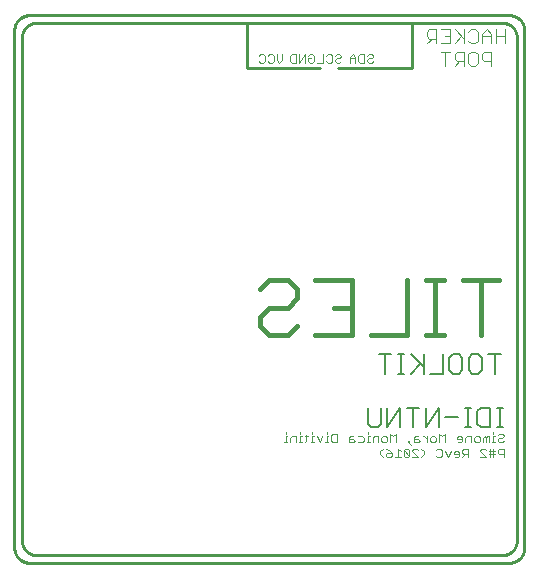
<source format=gbo>
G75*
%MOIN*%
%OFA0B0*%
%FSLAX25Y25*%
%IPPOS*%
%LPD*%
%AMOC8*
5,1,8,0,0,1.08239X$1,22.5*
%
%ADD10C,0.01000*%
%ADD11C,0.00400*%
%ADD12C,0.00600*%
%ADD13C,0.00300*%
%ADD14C,0.01600*%
D10*
X0008238Y0006500D02*
X0008238Y0179000D01*
X0010738Y0176500D02*
X0010738Y0141500D01*
X0010738Y0111500D01*
X0010738Y0009000D01*
X0008238Y0006500D02*
X0008240Y0006360D01*
X0008246Y0006220D01*
X0008256Y0006080D01*
X0008269Y0005940D01*
X0008287Y0005801D01*
X0008309Y0005662D01*
X0008334Y0005525D01*
X0008363Y0005387D01*
X0008396Y0005251D01*
X0008433Y0005116D01*
X0008474Y0004982D01*
X0008519Y0004849D01*
X0008567Y0004717D01*
X0008619Y0004587D01*
X0008674Y0004458D01*
X0008733Y0004331D01*
X0008796Y0004205D01*
X0008862Y0004081D01*
X0008931Y0003960D01*
X0009004Y0003840D01*
X0009081Y0003722D01*
X0009160Y0003607D01*
X0009243Y0003493D01*
X0009329Y0003383D01*
X0009418Y0003274D01*
X0009510Y0003168D01*
X0009605Y0003065D01*
X0009702Y0002964D01*
X0009803Y0002867D01*
X0009906Y0002772D01*
X0010012Y0002680D01*
X0010121Y0002591D01*
X0010231Y0002505D01*
X0010345Y0002422D01*
X0010460Y0002343D01*
X0010578Y0002266D01*
X0010698Y0002193D01*
X0010819Y0002124D01*
X0010943Y0002058D01*
X0011069Y0001995D01*
X0011196Y0001936D01*
X0011325Y0001881D01*
X0011455Y0001829D01*
X0011587Y0001781D01*
X0011720Y0001736D01*
X0011854Y0001695D01*
X0011989Y0001658D01*
X0012125Y0001625D01*
X0012263Y0001596D01*
X0012400Y0001571D01*
X0012539Y0001549D01*
X0012678Y0001531D01*
X0012818Y0001518D01*
X0012958Y0001508D01*
X0013098Y0001502D01*
X0013238Y0001500D01*
X0173238Y0001500D01*
X0170738Y0004000D02*
X0153238Y0004000D01*
X0123238Y0004000D01*
X0120488Y0004000D01*
X0098238Y0004000D01*
X0015738Y0004000D01*
X0015598Y0004002D01*
X0015458Y0004008D01*
X0015318Y0004018D01*
X0015178Y0004031D01*
X0015039Y0004049D01*
X0014900Y0004071D01*
X0014763Y0004096D01*
X0014625Y0004125D01*
X0014489Y0004158D01*
X0014354Y0004195D01*
X0014220Y0004236D01*
X0014087Y0004281D01*
X0013955Y0004329D01*
X0013825Y0004381D01*
X0013696Y0004436D01*
X0013569Y0004495D01*
X0013443Y0004558D01*
X0013319Y0004624D01*
X0013198Y0004693D01*
X0013078Y0004766D01*
X0012960Y0004843D01*
X0012845Y0004922D01*
X0012731Y0005005D01*
X0012621Y0005091D01*
X0012512Y0005180D01*
X0012406Y0005272D01*
X0012303Y0005367D01*
X0012202Y0005464D01*
X0012105Y0005565D01*
X0012010Y0005668D01*
X0011918Y0005774D01*
X0011829Y0005883D01*
X0011743Y0005993D01*
X0011660Y0006107D01*
X0011581Y0006222D01*
X0011504Y0006340D01*
X0011431Y0006460D01*
X0011362Y0006581D01*
X0011296Y0006705D01*
X0011233Y0006831D01*
X0011174Y0006958D01*
X0011119Y0007087D01*
X0011067Y0007217D01*
X0011019Y0007349D01*
X0010974Y0007482D01*
X0010933Y0007616D01*
X0010896Y0007751D01*
X0010863Y0007887D01*
X0010834Y0008025D01*
X0010809Y0008162D01*
X0010787Y0008301D01*
X0010769Y0008440D01*
X0010756Y0008580D01*
X0010746Y0008720D01*
X0010740Y0008860D01*
X0010738Y0009000D01*
X0085738Y0166500D02*
X0110285Y0166500D01*
X0116191Y0166500D02*
X0140738Y0166500D01*
X0140738Y0181500D01*
X0170738Y0181500D01*
X0173238Y0184000D02*
X0173378Y0183998D01*
X0173518Y0183992D01*
X0173658Y0183982D01*
X0173798Y0183969D01*
X0173937Y0183951D01*
X0174076Y0183929D01*
X0174213Y0183904D01*
X0174351Y0183875D01*
X0174487Y0183842D01*
X0174622Y0183805D01*
X0174756Y0183764D01*
X0174889Y0183719D01*
X0175021Y0183671D01*
X0175151Y0183619D01*
X0175280Y0183564D01*
X0175407Y0183505D01*
X0175533Y0183442D01*
X0175657Y0183376D01*
X0175778Y0183307D01*
X0175898Y0183234D01*
X0176016Y0183157D01*
X0176131Y0183078D01*
X0176245Y0182995D01*
X0176355Y0182909D01*
X0176464Y0182820D01*
X0176570Y0182728D01*
X0176673Y0182633D01*
X0176774Y0182536D01*
X0176871Y0182435D01*
X0176966Y0182332D01*
X0177058Y0182226D01*
X0177147Y0182117D01*
X0177233Y0182007D01*
X0177316Y0181893D01*
X0177395Y0181778D01*
X0177472Y0181660D01*
X0177545Y0181540D01*
X0177614Y0181419D01*
X0177680Y0181295D01*
X0177743Y0181169D01*
X0177802Y0181042D01*
X0177857Y0180913D01*
X0177909Y0180783D01*
X0177957Y0180651D01*
X0178002Y0180518D01*
X0178043Y0180384D01*
X0178080Y0180249D01*
X0178113Y0180113D01*
X0178142Y0179975D01*
X0178167Y0179838D01*
X0178189Y0179699D01*
X0178207Y0179560D01*
X0178220Y0179420D01*
X0178230Y0179280D01*
X0178236Y0179140D01*
X0178238Y0179000D01*
X0178238Y0006500D01*
X0175738Y0009000D02*
X0175738Y0101500D01*
X0175738Y0131500D01*
X0175738Y0176500D01*
X0175736Y0176640D01*
X0175730Y0176780D01*
X0175720Y0176920D01*
X0175707Y0177060D01*
X0175689Y0177199D01*
X0175667Y0177338D01*
X0175642Y0177475D01*
X0175613Y0177613D01*
X0175580Y0177749D01*
X0175543Y0177884D01*
X0175502Y0178018D01*
X0175457Y0178151D01*
X0175409Y0178283D01*
X0175357Y0178413D01*
X0175302Y0178542D01*
X0175243Y0178669D01*
X0175180Y0178795D01*
X0175114Y0178919D01*
X0175045Y0179040D01*
X0174972Y0179160D01*
X0174895Y0179278D01*
X0174816Y0179393D01*
X0174733Y0179507D01*
X0174647Y0179617D01*
X0174558Y0179726D01*
X0174466Y0179832D01*
X0174371Y0179935D01*
X0174274Y0180036D01*
X0174173Y0180133D01*
X0174070Y0180228D01*
X0173964Y0180320D01*
X0173855Y0180409D01*
X0173745Y0180495D01*
X0173631Y0180578D01*
X0173516Y0180657D01*
X0173398Y0180734D01*
X0173278Y0180807D01*
X0173157Y0180876D01*
X0173033Y0180942D01*
X0172907Y0181005D01*
X0172780Y0181064D01*
X0172651Y0181119D01*
X0172521Y0181171D01*
X0172389Y0181219D01*
X0172256Y0181264D01*
X0172122Y0181305D01*
X0171987Y0181342D01*
X0171851Y0181375D01*
X0171713Y0181404D01*
X0171576Y0181429D01*
X0171437Y0181451D01*
X0171298Y0181469D01*
X0171158Y0181482D01*
X0171018Y0181492D01*
X0170878Y0181498D01*
X0170738Y0181500D01*
X0173238Y0184000D02*
X0013238Y0184000D01*
X0015738Y0181500D02*
X0043238Y0181500D01*
X0073238Y0181500D01*
X0085738Y0181500D01*
X0085738Y0166500D01*
X0085738Y0181500D02*
X0140738Y0181500D01*
X0015738Y0181500D02*
X0015598Y0181498D01*
X0015458Y0181492D01*
X0015318Y0181482D01*
X0015178Y0181469D01*
X0015039Y0181451D01*
X0014900Y0181429D01*
X0014763Y0181404D01*
X0014625Y0181375D01*
X0014489Y0181342D01*
X0014354Y0181305D01*
X0014220Y0181264D01*
X0014087Y0181219D01*
X0013955Y0181171D01*
X0013825Y0181119D01*
X0013696Y0181064D01*
X0013569Y0181005D01*
X0013443Y0180942D01*
X0013319Y0180876D01*
X0013198Y0180807D01*
X0013078Y0180734D01*
X0012960Y0180657D01*
X0012845Y0180578D01*
X0012731Y0180495D01*
X0012621Y0180409D01*
X0012512Y0180320D01*
X0012406Y0180228D01*
X0012303Y0180133D01*
X0012202Y0180036D01*
X0012105Y0179935D01*
X0012010Y0179832D01*
X0011918Y0179726D01*
X0011829Y0179617D01*
X0011743Y0179507D01*
X0011660Y0179393D01*
X0011581Y0179278D01*
X0011504Y0179160D01*
X0011431Y0179040D01*
X0011362Y0178919D01*
X0011296Y0178795D01*
X0011233Y0178669D01*
X0011174Y0178542D01*
X0011119Y0178413D01*
X0011067Y0178283D01*
X0011019Y0178151D01*
X0010974Y0178018D01*
X0010933Y0177884D01*
X0010896Y0177749D01*
X0010863Y0177613D01*
X0010834Y0177475D01*
X0010809Y0177338D01*
X0010787Y0177199D01*
X0010769Y0177060D01*
X0010756Y0176920D01*
X0010746Y0176780D01*
X0010740Y0176640D01*
X0010738Y0176500D01*
X0008238Y0179000D02*
X0008240Y0179140D01*
X0008246Y0179280D01*
X0008256Y0179420D01*
X0008269Y0179560D01*
X0008287Y0179699D01*
X0008309Y0179838D01*
X0008334Y0179975D01*
X0008363Y0180113D01*
X0008396Y0180249D01*
X0008433Y0180384D01*
X0008474Y0180518D01*
X0008519Y0180651D01*
X0008567Y0180783D01*
X0008619Y0180913D01*
X0008674Y0181042D01*
X0008733Y0181169D01*
X0008796Y0181295D01*
X0008862Y0181419D01*
X0008931Y0181540D01*
X0009004Y0181660D01*
X0009081Y0181778D01*
X0009160Y0181893D01*
X0009243Y0182007D01*
X0009329Y0182117D01*
X0009418Y0182226D01*
X0009510Y0182332D01*
X0009605Y0182435D01*
X0009702Y0182536D01*
X0009803Y0182633D01*
X0009906Y0182728D01*
X0010012Y0182820D01*
X0010121Y0182909D01*
X0010231Y0182995D01*
X0010345Y0183078D01*
X0010460Y0183157D01*
X0010578Y0183234D01*
X0010698Y0183307D01*
X0010819Y0183376D01*
X0010943Y0183442D01*
X0011069Y0183505D01*
X0011196Y0183564D01*
X0011325Y0183619D01*
X0011455Y0183671D01*
X0011587Y0183719D01*
X0011720Y0183764D01*
X0011854Y0183805D01*
X0011989Y0183842D01*
X0012125Y0183875D01*
X0012263Y0183904D01*
X0012400Y0183929D01*
X0012539Y0183951D01*
X0012678Y0183969D01*
X0012818Y0183982D01*
X0012958Y0183992D01*
X0013098Y0183998D01*
X0013238Y0184000D01*
X0175738Y0009000D02*
X0175736Y0008860D01*
X0175730Y0008720D01*
X0175720Y0008580D01*
X0175707Y0008440D01*
X0175689Y0008301D01*
X0175667Y0008162D01*
X0175642Y0008025D01*
X0175613Y0007887D01*
X0175580Y0007751D01*
X0175543Y0007616D01*
X0175502Y0007482D01*
X0175457Y0007349D01*
X0175409Y0007217D01*
X0175357Y0007087D01*
X0175302Y0006958D01*
X0175243Y0006831D01*
X0175180Y0006705D01*
X0175114Y0006581D01*
X0175045Y0006460D01*
X0174972Y0006340D01*
X0174895Y0006222D01*
X0174816Y0006107D01*
X0174733Y0005993D01*
X0174647Y0005883D01*
X0174558Y0005774D01*
X0174466Y0005668D01*
X0174371Y0005565D01*
X0174274Y0005464D01*
X0174173Y0005367D01*
X0174070Y0005272D01*
X0173964Y0005180D01*
X0173855Y0005091D01*
X0173745Y0005005D01*
X0173631Y0004922D01*
X0173516Y0004843D01*
X0173398Y0004766D01*
X0173278Y0004693D01*
X0173157Y0004624D01*
X0173033Y0004558D01*
X0172907Y0004495D01*
X0172780Y0004436D01*
X0172651Y0004381D01*
X0172521Y0004329D01*
X0172389Y0004281D01*
X0172256Y0004236D01*
X0172122Y0004195D01*
X0171987Y0004158D01*
X0171851Y0004125D01*
X0171713Y0004096D01*
X0171576Y0004071D01*
X0171437Y0004049D01*
X0171298Y0004031D01*
X0171158Y0004018D01*
X0171018Y0004008D01*
X0170878Y0004002D01*
X0170738Y0004000D01*
X0173238Y0001500D02*
X0173378Y0001502D01*
X0173518Y0001508D01*
X0173658Y0001518D01*
X0173798Y0001531D01*
X0173937Y0001549D01*
X0174076Y0001571D01*
X0174213Y0001596D01*
X0174351Y0001625D01*
X0174487Y0001658D01*
X0174622Y0001695D01*
X0174756Y0001736D01*
X0174889Y0001781D01*
X0175021Y0001829D01*
X0175151Y0001881D01*
X0175280Y0001936D01*
X0175407Y0001995D01*
X0175533Y0002058D01*
X0175657Y0002124D01*
X0175778Y0002193D01*
X0175898Y0002266D01*
X0176016Y0002343D01*
X0176131Y0002422D01*
X0176245Y0002505D01*
X0176355Y0002591D01*
X0176464Y0002680D01*
X0176570Y0002772D01*
X0176673Y0002867D01*
X0176774Y0002964D01*
X0176871Y0003065D01*
X0176966Y0003168D01*
X0177058Y0003274D01*
X0177147Y0003383D01*
X0177233Y0003493D01*
X0177316Y0003607D01*
X0177395Y0003722D01*
X0177472Y0003840D01*
X0177545Y0003960D01*
X0177614Y0004081D01*
X0177680Y0004205D01*
X0177743Y0004331D01*
X0177802Y0004458D01*
X0177857Y0004587D01*
X0177909Y0004717D01*
X0177957Y0004849D01*
X0178002Y0004982D01*
X0178043Y0005116D01*
X0178080Y0005251D01*
X0178113Y0005387D01*
X0178142Y0005525D01*
X0178167Y0005662D01*
X0178189Y0005801D01*
X0178207Y0005940D01*
X0178220Y0006080D01*
X0178230Y0006220D01*
X0178236Y0006360D01*
X0178238Y0006500D01*
D11*
X0167246Y0167200D02*
X0167246Y0171804D01*
X0164944Y0171804D01*
X0164177Y0171037D01*
X0164177Y0169502D01*
X0164944Y0168735D01*
X0167246Y0168735D01*
X0162642Y0167967D02*
X0161875Y0167200D01*
X0160340Y0167200D01*
X0159573Y0167967D01*
X0159573Y0171037D01*
X0160340Y0171804D01*
X0161875Y0171804D01*
X0162642Y0171037D01*
X0162642Y0167967D01*
X0158038Y0167200D02*
X0158038Y0171804D01*
X0155736Y0171804D01*
X0154969Y0171037D01*
X0154969Y0169502D01*
X0155736Y0168735D01*
X0158038Y0168735D01*
X0156504Y0168735D02*
X0154969Y0167200D01*
X0151900Y0167200D02*
X0151900Y0171804D01*
X0153434Y0171804D02*
X0150365Y0171804D01*
X0150365Y0174700D02*
X0153434Y0174700D01*
X0153434Y0179304D01*
X0150365Y0179304D01*
X0148830Y0179304D02*
X0146528Y0179304D01*
X0145761Y0178537D01*
X0145761Y0177002D01*
X0146528Y0176235D01*
X0148830Y0176235D01*
X0147296Y0176235D02*
X0145761Y0174700D01*
X0148830Y0174700D02*
X0148830Y0179304D01*
X0151900Y0177002D02*
X0153434Y0177002D01*
X0154969Y0179304D02*
X0158038Y0176235D01*
X0157271Y0177002D02*
X0154969Y0174700D01*
X0158038Y0174700D02*
X0158038Y0179304D01*
X0159573Y0178537D02*
X0160340Y0179304D01*
X0161875Y0179304D01*
X0162642Y0178537D01*
X0162642Y0175467D01*
X0161875Y0174700D01*
X0160340Y0174700D01*
X0159573Y0175467D01*
X0164177Y0174700D02*
X0164177Y0177769D01*
X0165711Y0179304D01*
X0167246Y0177769D01*
X0167246Y0174700D01*
X0168781Y0174700D02*
X0168781Y0179304D01*
X0168781Y0177002D02*
X0171850Y0177002D01*
X0171850Y0174700D02*
X0171850Y0179304D01*
X0167246Y0177002D02*
X0164177Y0177002D01*
D12*
X0162925Y0070955D02*
X0160790Y0070955D01*
X0159722Y0069888D01*
X0159722Y0065618D01*
X0160790Y0064550D01*
X0162925Y0064550D01*
X0163993Y0065618D01*
X0163993Y0069888D01*
X0162925Y0070955D01*
X0166168Y0070955D02*
X0170438Y0070955D01*
X0168303Y0070955D02*
X0168303Y0064550D01*
X0157547Y0065618D02*
X0156480Y0064550D01*
X0154344Y0064550D01*
X0153277Y0065618D01*
X0153277Y0069888D01*
X0154344Y0070955D01*
X0156480Y0070955D01*
X0157547Y0069888D01*
X0157547Y0065618D01*
X0151102Y0064550D02*
X0151102Y0070955D01*
X0151102Y0064550D02*
X0146831Y0064550D01*
X0144656Y0064550D02*
X0144656Y0070955D01*
X0143589Y0067753D02*
X0140386Y0064550D01*
X0138211Y0064550D02*
X0136076Y0064550D01*
X0137143Y0064550D02*
X0137143Y0070955D01*
X0136076Y0070955D02*
X0138211Y0070955D01*
X0140386Y0070955D02*
X0144656Y0066685D01*
X0133914Y0070955D02*
X0129643Y0070955D01*
X0131779Y0070955D02*
X0131779Y0064550D01*
X0132542Y0053205D02*
X0132542Y0046800D01*
X0136812Y0053205D01*
X0136812Y0046800D01*
X0141123Y0046800D02*
X0141123Y0053205D01*
X0143258Y0053205D02*
X0138987Y0053205D01*
X0145433Y0053205D02*
X0145433Y0046800D01*
X0149703Y0053205D01*
X0149703Y0046800D01*
X0151878Y0050003D02*
X0156149Y0050003D01*
X0158311Y0053205D02*
X0160446Y0053205D01*
X0159378Y0053205D02*
X0159378Y0046800D01*
X0158311Y0046800D02*
X0160446Y0046800D01*
X0162621Y0047868D02*
X0162621Y0052138D01*
X0163688Y0053205D01*
X0166891Y0053205D01*
X0166891Y0046800D01*
X0163688Y0046800D01*
X0162621Y0047868D01*
X0169053Y0046800D02*
X0171188Y0046800D01*
X0170121Y0046800D02*
X0170121Y0053205D01*
X0171188Y0053205D02*
X0169053Y0053205D01*
X0130367Y0053205D02*
X0130367Y0047868D01*
X0129299Y0046800D01*
X0127164Y0046800D01*
X0126096Y0047868D01*
X0126096Y0053205D01*
D13*
X0126166Y0045036D02*
X0126166Y0044552D01*
X0126166Y0043585D02*
X0126166Y0041650D01*
X0126649Y0041650D02*
X0125682Y0041650D01*
X0124685Y0042134D02*
X0124201Y0041650D01*
X0122750Y0041650D01*
X0121738Y0042134D02*
X0121255Y0042617D01*
X0119803Y0042617D01*
X0119803Y0043101D02*
X0119803Y0041650D01*
X0121255Y0041650D01*
X0121738Y0042134D01*
X0121255Y0043585D02*
X0120287Y0043585D01*
X0119803Y0043101D01*
X0122750Y0043585D02*
X0124201Y0043585D01*
X0124685Y0043101D01*
X0124685Y0042134D01*
X0126166Y0043585D02*
X0126649Y0043585D01*
X0127661Y0043101D02*
X0127661Y0041650D01*
X0127661Y0043101D02*
X0128145Y0043585D01*
X0129596Y0043585D01*
X0129596Y0041650D01*
X0130607Y0042134D02*
X0130607Y0043101D01*
X0131091Y0043585D01*
X0132059Y0043585D01*
X0132542Y0043101D01*
X0132542Y0042134D01*
X0132059Y0041650D01*
X0131091Y0041650D01*
X0130607Y0042134D01*
X0133554Y0041650D02*
X0133554Y0044552D01*
X0134521Y0043585D01*
X0135489Y0044552D01*
X0135489Y0041650D01*
X0135995Y0039552D02*
X0135995Y0036650D01*
X0136962Y0036650D02*
X0135027Y0036650D01*
X0134016Y0037134D02*
X0134016Y0038101D01*
X0132564Y0038101D01*
X0132081Y0037617D01*
X0132081Y0037134D01*
X0132564Y0036650D01*
X0133532Y0036650D01*
X0134016Y0037134D01*
X0134016Y0038101D02*
X0133048Y0039069D01*
X0132081Y0039552D01*
X0131069Y0039552D02*
X0130102Y0038585D01*
X0130102Y0037617D01*
X0131069Y0036650D01*
X0135995Y0039552D02*
X0136962Y0038585D01*
X0137974Y0039069D02*
X0137974Y0037134D01*
X0138457Y0036650D01*
X0139425Y0036650D01*
X0139909Y0037134D01*
X0137974Y0039069D01*
X0138457Y0039552D01*
X0139425Y0039552D01*
X0139909Y0039069D01*
X0139909Y0037134D01*
X0140920Y0036650D02*
X0142855Y0036650D01*
X0140920Y0038585D01*
X0140920Y0039069D01*
X0141404Y0039552D01*
X0142371Y0039552D01*
X0142855Y0039069D01*
X0143852Y0039552D02*
X0144820Y0038585D01*
X0144820Y0037617D01*
X0143852Y0036650D01*
X0148778Y0037134D02*
X0149261Y0036650D01*
X0150229Y0036650D01*
X0150713Y0037134D01*
X0150713Y0039069D01*
X0150229Y0039552D01*
X0149261Y0039552D01*
X0148778Y0039069D01*
X0148264Y0041650D02*
X0148748Y0042134D01*
X0148748Y0043101D01*
X0148264Y0043585D01*
X0147297Y0043585D01*
X0146813Y0043101D01*
X0146813Y0042134D01*
X0147297Y0041650D01*
X0148264Y0041650D01*
X0149760Y0041650D02*
X0149760Y0044552D01*
X0150727Y0043585D01*
X0151695Y0044552D01*
X0151695Y0041650D01*
X0151724Y0038585D02*
X0152692Y0036650D01*
X0153659Y0038585D01*
X0154671Y0038101D02*
X0154671Y0037617D01*
X0156606Y0037617D01*
X0156606Y0037134D02*
X0156606Y0038101D01*
X0156122Y0038585D01*
X0155154Y0038585D01*
X0154671Y0038101D01*
X0155154Y0036650D02*
X0156122Y0036650D01*
X0156606Y0037134D01*
X0157617Y0036650D02*
X0158585Y0037617D01*
X0158101Y0037617D02*
X0159552Y0037617D01*
X0159552Y0036650D02*
X0159552Y0039552D01*
X0158101Y0039552D01*
X0157617Y0039069D01*
X0157617Y0038101D01*
X0158101Y0037617D01*
X0158599Y0041650D02*
X0158599Y0043101D01*
X0159083Y0043585D01*
X0160534Y0043585D01*
X0160534Y0041650D01*
X0161546Y0042134D02*
X0161546Y0043101D01*
X0162030Y0043585D01*
X0162997Y0043585D01*
X0163481Y0043101D01*
X0163481Y0042134D01*
X0162997Y0041650D01*
X0162030Y0041650D01*
X0161546Y0042134D01*
X0164492Y0041650D02*
X0164492Y0043101D01*
X0164976Y0043585D01*
X0165460Y0043101D01*
X0165460Y0041650D01*
X0166427Y0041650D02*
X0166427Y0043585D01*
X0165944Y0043585D01*
X0165460Y0043101D01*
X0167424Y0041650D02*
X0168392Y0041650D01*
X0167908Y0041650D02*
X0167908Y0043585D01*
X0168392Y0043585D01*
X0167908Y0044552D02*
X0167908Y0045036D01*
X0169403Y0044069D02*
X0169887Y0044552D01*
X0170854Y0044552D01*
X0171338Y0044069D01*
X0171338Y0043585D01*
X0170854Y0043101D01*
X0169887Y0043101D01*
X0169403Y0042617D01*
X0169403Y0042134D01*
X0169887Y0041650D01*
X0170854Y0041650D01*
X0171338Y0042134D01*
X0171338Y0039552D02*
X0169887Y0039552D01*
X0169403Y0039069D01*
X0169403Y0038101D01*
X0169887Y0037617D01*
X0171338Y0037617D01*
X0171338Y0036650D02*
X0171338Y0039552D01*
X0168392Y0038585D02*
X0166940Y0038585D01*
X0166457Y0038585D01*
X0166457Y0037617D02*
X0168392Y0037617D01*
X0167908Y0036650D02*
X0167908Y0039552D01*
X0166940Y0039552D02*
X0166940Y0036650D01*
X0165445Y0036650D02*
X0163510Y0038585D01*
X0163510Y0039069D01*
X0163994Y0039552D01*
X0164961Y0039552D01*
X0165445Y0039069D01*
X0165445Y0036650D02*
X0163510Y0036650D01*
X0157588Y0042134D02*
X0157588Y0043101D01*
X0157104Y0043585D01*
X0156137Y0043585D01*
X0155653Y0043101D01*
X0155653Y0042617D01*
X0157588Y0042617D01*
X0157588Y0042134D02*
X0157104Y0041650D01*
X0156137Y0041650D01*
X0145802Y0041650D02*
X0145802Y0043585D01*
X0145802Y0042617D02*
X0144834Y0043585D01*
X0144350Y0043585D01*
X0142863Y0043585D02*
X0141895Y0043585D01*
X0141411Y0043101D01*
X0141411Y0041650D01*
X0142863Y0041650D01*
X0143346Y0042134D01*
X0142863Y0042617D01*
X0141411Y0042617D01*
X0139916Y0042134D02*
X0139916Y0041650D01*
X0139432Y0041650D01*
X0139432Y0042134D01*
X0139916Y0042134D01*
X0139432Y0041650D02*
X0140400Y0040683D01*
X0115845Y0041650D02*
X0114394Y0041650D01*
X0113910Y0042134D01*
X0113910Y0044069D01*
X0114394Y0044552D01*
X0115845Y0044552D01*
X0115845Y0041650D01*
X0112899Y0041650D02*
X0111931Y0041650D01*
X0112415Y0041650D02*
X0112415Y0043585D01*
X0112899Y0043585D01*
X0112415Y0044552D02*
X0112415Y0045036D01*
X0110935Y0043585D02*
X0109967Y0041650D01*
X0109000Y0043585D01*
X0107988Y0043585D02*
X0107504Y0043585D01*
X0107504Y0041650D01*
X0107021Y0041650D02*
X0107988Y0041650D01*
X0105540Y0042134D02*
X0105540Y0044069D01*
X0106024Y0043585D02*
X0105056Y0043585D01*
X0104059Y0043585D02*
X0103576Y0043585D01*
X0103576Y0041650D01*
X0104059Y0041650D02*
X0103092Y0041650D01*
X0102095Y0041650D02*
X0102095Y0043585D01*
X0100644Y0043585D01*
X0100160Y0043101D01*
X0100160Y0041650D01*
X0099148Y0041650D02*
X0098181Y0041650D01*
X0098665Y0041650D02*
X0098665Y0043585D01*
X0099148Y0043585D01*
X0098665Y0044552D02*
X0098665Y0045036D01*
X0103576Y0045036D02*
X0103576Y0044552D01*
X0105540Y0042134D02*
X0105056Y0041650D01*
X0107504Y0044552D02*
X0107504Y0045036D01*
X0107604Y0168150D02*
X0106637Y0168150D01*
X0106153Y0168634D01*
X0106153Y0169601D01*
X0107121Y0169601D01*
X0108088Y0168634D02*
X0107604Y0168150D01*
X0108088Y0168634D02*
X0108088Y0170569D01*
X0107604Y0171052D01*
X0106637Y0171052D01*
X0106153Y0170569D01*
X0105142Y0171052D02*
X0103207Y0168150D01*
X0103207Y0171052D01*
X0102195Y0171052D02*
X0100744Y0171052D01*
X0100260Y0170569D01*
X0100260Y0168634D01*
X0100744Y0168150D01*
X0102195Y0168150D01*
X0102195Y0171052D01*
X0105142Y0171052D02*
X0105142Y0168150D01*
X0109260Y0168150D02*
X0111195Y0168150D01*
X0111195Y0171052D01*
X0112207Y0170569D02*
X0112690Y0171052D01*
X0113658Y0171052D01*
X0114142Y0170569D01*
X0114142Y0168634D01*
X0113658Y0168150D01*
X0112690Y0168150D01*
X0112207Y0168634D01*
X0115153Y0168634D02*
X0115637Y0168150D01*
X0116604Y0168150D01*
X0117088Y0168634D01*
X0116604Y0169601D02*
X0115637Y0169601D01*
X0115153Y0169117D01*
X0115153Y0168634D01*
X0116604Y0169601D02*
X0117088Y0170085D01*
X0117088Y0170569D01*
X0116604Y0171052D01*
X0115637Y0171052D01*
X0115153Y0170569D01*
X0120010Y0170085D02*
X0120010Y0168150D01*
X0120010Y0169601D02*
X0121945Y0169601D01*
X0121945Y0170085D02*
X0120978Y0171052D01*
X0120010Y0170085D01*
X0121945Y0170085D02*
X0121945Y0168150D01*
X0122957Y0168634D02*
X0122957Y0170569D01*
X0123440Y0171052D01*
X0124892Y0171052D01*
X0124892Y0168150D01*
X0123440Y0168150D01*
X0122957Y0168634D01*
X0125903Y0168634D02*
X0126387Y0168150D01*
X0127354Y0168150D01*
X0127838Y0168634D01*
X0127354Y0169601D02*
X0126387Y0169601D01*
X0125903Y0169117D01*
X0125903Y0168634D01*
X0127354Y0169601D02*
X0127838Y0170085D01*
X0127838Y0170569D01*
X0127354Y0171052D01*
X0126387Y0171052D01*
X0125903Y0170569D01*
X0097588Y0171052D02*
X0097588Y0169117D01*
X0096621Y0168150D01*
X0095653Y0169117D01*
X0095653Y0171052D01*
X0094642Y0170569D02*
X0094642Y0168634D01*
X0094158Y0168150D01*
X0093190Y0168150D01*
X0092707Y0168634D01*
X0091695Y0168634D02*
X0091211Y0168150D01*
X0090244Y0168150D01*
X0089760Y0168634D01*
X0089760Y0170569D02*
X0090244Y0171052D01*
X0091211Y0171052D01*
X0091695Y0170569D01*
X0091695Y0168634D01*
X0092707Y0170569D02*
X0093190Y0171052D01*
X0094158Y0171052D01*
X0094642Y0170569D01*
D14*
X0093206Y0095716D02*
X0099345Y0095716D01*
X0102414Y0092646D01*
X0102414Y0089577D01*
X0099345Y0086508D01*
X0093206Y0086508D01*
X0090137Y0083439D01*
X0090137Y0080369D01*
X0093206Y0077300D01*
X0099345Y0077300D01*
X0102414Y0080369D01*
X0108552Y0077300D02*
X0120830Y0077300D01*
X0120830Y0095716D01*
X0108552Y0095716D01*
X0114691Y0086508D02*
X0120830Y0086508D01*
X0126968Y0077300D02*
X0139245Y0077300D01*
X0139245Y0095716D01*
X0145384Y0095716D02*
X0151522Y0095716D01*
X0148453Y0095716D02*
X0148453Y0077300D01*
X0151522Y0077300D02*
X0145384Y0077300D01*
X0163800Y0077300D02*
X0163800Y0095716D01*
X0169938Y0095716D02*
X0157661Y0095716D01*
X0093206Y0095716D02*
X0090137Y0092646D01*
M02*

</source>
